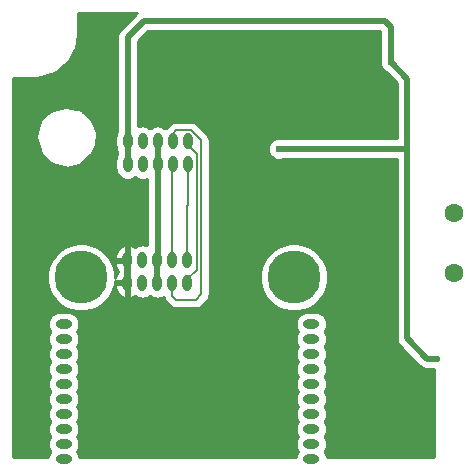
<source format=gbr>
G04 #@! TF.GenerationSoftware,KiCad,Pcbnew,(5.1.6-0-10_14)*
G04 #@! TF.CreationDate,2020-07-22T10:43:18+09:00*
G04 #@! TF.ProjectId,signaltower_host,7369676e-616c-4746-9f77-65725f686f73,rev?*
G04 #@! TF.SameCoordinates,Original*
G04 #@! TF.FileFunction,Copper,L2,Bot*
G04 #@! TF.FilePolarity,Positive*
%FSLAX46Y46*%
G04 Gerber Fmt 4.6, Leading zero omitted, Abs format (unit mm)*
G04 Created by KiCad (PCBNEW (5.1.6-0-10_14)) date 2020-07-22 10:43:18*
%MOMM*%
%LPD*%
G01*
G04 APERTURE LIST*
G04 #@! TA.AperFunction,ComponentPad*
%ADD10C,4.500000*%
G04 #@! TD*
G04 #@! TA.AperFunction,ComponentPad*
%ADD11O,0.800000X1.400000*%
G04 #@! TD*
G04 #@! TA.AperFunction,ComponentPad*
%ADD12O,1.400000X0.800000*%
G04 #@! TD*
G04 #@! TA.AperFunction,ComponentPad*
%ADD13C,1.600000*%
G04 #@! TD*
G04 #@! TA.AperFunction,ViaPad*
%ADD14C,0.600000*%
G04 #@! TD*
G04 #@! TA.AperFunction,Conductor*
%ADD15C,0.500000*%
G04 #@! TD*
G04 #@! TA.AperFunction,Conductor*
%ADD16C,0.200000*%
G04 #@! TD*
G04 #@! TA.AperFunction,Conductor*
%ADD17C,0.254000*%
G04 #@! TD*
G04 APERTURE END LIST*
D10*
X116000000Y-74625000D03*
X98000000Y-74625000D03*
D11*
X107000000Y-75085000D03*
X105730000Y-75085000D03*
X104460000Y-75085000D03*
X103190000Y-75085000D03*
X101920000Y-75085000D03*
X107000000Y-73165000D03*
X105730000Y-73165000D03*
X104460000Y-73165000D03*
X103190000Y-73165000D03*
X101920000Y-73165000D03*
D12*
X96515000Y-78570000D03*
X96515000Y-79840000D03*
X96515000Y-81110000D03*
X96515000Y-82380000D03*
X96515000Y-83650000D03*
X96515000Y-84920000D03*
X96515000Y-86190000D03*
X96515000Y-87460000D03*
X117485000Y-78570000D03*
X117485000Y-79840000D03*
X117485000Y-81110000D03*
X117485000Y-82380000D03*
X117485000Y-83650000D03*
X117485000Y-84920000D03*
X117485000Y-86190000D03*
X117485000Y-87460000D03*
X117485000Y-88730000D03*
X117485000Y-90000000D03*
X96515000Y-88730000D03*
X96515000Y-90000000D03*
D11*
X107010000Y-65025000D03*
X105740000Y-65025000D03*
X104470000Y-65025000D03*
X103200000Y-65025000D03*
X101930000Y-65025000D03*
X101930000Y-63105000D03*
X107010000Y-63105000D03*
X105740000Y-63105000D03*
X103200000Y-63105000D03*
X104470000Y-63105000D03*
D13*
X129540000Y-74295000D03*
X129540000Y-69215000D03*
D14*
X117300000Y-54900000D03*
X114750000Y-63750000D03*
X128100000Y-81500000D03*
X124200000Y-56400000D03*
D15*
X101920000Y-74760000D02*
X101920000Y-73490000D01*
D16*
X107000000Y-74760000D02*
X107140000Y-74760000D01*
X107800000Y-73960000D02*
X107000000Y-74760000D01*
X107800000Y-64220000D02*
X107800000Y-73960000D01*
X107010000Y-63430000D02*
X107800000Y-64220000D01*
X106000000Y-76500000D02*
X105730000Y-76230000D01*
X107700000Y-76500000D02*
X106000000Y-76500000D01*
X108130009Y-76069991D02*
X107700000Y-76500000D01*
X105730000Y-76230000D02*
X105730000Y-74760000D01*
X105740000Y-63430000D02*
X105740000Y-62460000D01*
X108130009Y-63034041D02*
X108130009Y-76069991D01*
X107270958Y-62174990D02*
X108130009Y-63034041D01*
X105740000Y-62460000D02*
X106025010Y-62174990D01*
X106025010Y-62174990D02*
X107270958Y-62174990D01*
D15*
X104470000Y-63430000D02*
X104470000Y-64700000D01*
X104400000Y-64770000D02*
X104470000Y-64700000D01*
X104460000Y-74760000D02*
X104460000Y-73490000D01*
X104470000Y-73480000D02*
X104460000Y-73490000D01*
X104470000Y-64700000D02*
X104470000Y-73480000D01*
D16*
X107010000Y-68510000D02*
X107000000Y-68520000D01*
X107000000Y-68520000D02*
X107000000Y-73490000D01*
X107010000Y-64700000D02*
X107010000Y-68510000D01*
X105730000Y-64710000D02*
X105740000Y-64700000D01*
X105730000Y-73490000D02*
X105730000Y-64710000D01*
D15*
X101930000Y-63430000D02*
X101930000Y-54270000D01*
X101930000Y-54270000D02*
X103300000Y-52900000D01*
X101930000Y-63430000D02*
X101930000Y-64700000D01*
X125600000Y-57800000D02*
X124200000Y-56400000D01*
X127300000Y-81500000D02*
X125600000Y-79800000D01*
X128100000Y-81500000D02*
X127300000Y-81500000D01*
X124200000Y-53400000D02*
X123700000Y-52900000D01*
X124200000Y-56400000D02*
X124200000Y-53400000D01*
X103300000Y-52900000D02*
X123700000Y-52900000D01*
D16*
X125500000Y-65700000D02*
X125600000Y-65800000D01*
D15*
X125600000Y-79800000D02*
X125600000Y-65800000D01*
X125450000Y-63750000D02*
X125600000Y-63900000D01*
X125600000Y-63900000D02*
X125600000Y-57800000D01*
X114750000Y-63750000D02*
X125450000Y-63750000D01*
X125600000Y-65800000D02*
X125600000Y-63900000D01*
D17*
G36*
X102704953Y-52243468D02*
G01*
X102704951Y-52243470D01*
X102671183Y-52271183D01*
X102643470Y-52304951D01*
X101334951Y-53613471D01*
X101301184Y-53641183D01*
X101273471Y-53674951D01*
X101273468Y-53674954D01*
X101190590Y-53775941D01*
X101108412Y-53929687D01*
X101057805Y-54096510D01*
X101040719Y-54270000D01*
X101045001Y-54313479D01*
X101045000Y-62265118D01*
X100969159Y-62407008D01*
X100909976Y-62602106D01*
X100895000Y-62754163D01*
X100895000Y-63455838D01*
X100909976Y-63607895D01*
X100969160Y-63802993D01*
X101045000Y-63944881D01*
X101045001Y-64185119D01*
X100969160Y-64327007D01*
X100909976Y-64522105D01*
X100895000Y-64674162D01*
X100895000Y-65375837D01*
X100909976Y-65527894D01*
X100969159Y-65722992D01*
X101065266Y-65902797D01*
X101194604Y-66060396D01*
X101352203Y-66189734D01*
X101532007Y-66285841D01*
X101727105Y-66345024D01*
X101930000Y-66365007D01*
X102132894Y-66345024D01*
X102327992Y-66285841D01*
X102507797Y-66189734D01*
X102565000Y-66142789D01*
X102622203Y-66189734D01*
X102802007Y-66285841D01*
X102997105Y-66345024D01*
X103200000Y-66365007D01*
X103402894Y-66345024D01*
X103585000Y-66289782D01*
X103585001Y-71903251D01*
X103392895Y-71844976D01*
X103190000Y-71824993D01*
X102987106Y-71844976D01*
X102792008Y-71904159D01*
X102612204Y-72000266D01*
X102560734Y-72042506D01*
X102389418Y-71933872D01*
X102206123Y-71870334D01*
X102047000Y-71998002D01*
X102047000Y-73038000D01*
X102067000Y-73038000D01*
X102067000Y-73292000D01*
X102047000Y-73292000D01*
X102047000Y-74958000D01*
X102067000Y-74958000D01*
X102067000Y-75212000D01*
X102047000Y-75212000D01*
X102047000Y-76251998D01*
X102206123Y-76379666D01*
X102389418Y-76316128D01*
X102560734Y-76207494D01*
X102612204Y-76249734D01*
X102792008Y-76345841D01*
X102987106Y-76405024D01*
X103190000Y-76425007D01*
X103392895Y-76405024D01*
X103587993Y-76345841D01*
X103767797Y-76249734D01*
X103825001Y-76202788D01*
X103882204Y-76249734D01*
X104062008Y-76345841D01*
X104257106Y-76405024D01*
X104460000Y-76425007D01*
X104662895Y-76405024D01*
X104857993Y-76345841D01*
X104995609Y-76272284D01*
X105005635Y-76374085D01*
X105018384Y-76416113D01*
X105047663Y-76512632D01*
X105115913Y-76640319D01*
X105207762Y-76752237D01*
X105235808Y-76775254D01*
X105454741Y-76994187D01*
X105477762Y-77022238D01*
X105589680Y-77114087D01*
X105716089Y-77181654D01*
X105717367Y-77182337D01*
X105855915Y-77224365D01*
X106000000Y-77238556D01*
X106036105Y-77235000D01*
X107663895Y-77235000D01*
X107700000Y-77238556D01*
X107736105Y-77235000D01*
X107844085Y-77224365D01*
X107982633Y-77182337D01*
X108110320Y-77114087D01*
X108222238Y-77022238D01*
X108245259Y-76994187D01*
X108624196Y-76615250D01*
X108652247Y-76592229D01*
X108744096Y-76480311D01*
X108800875Y-76374085D01*
X108812346Y-76352625D01*
X108854374Y-76214076D01*
X108868565Y-76069991D01*
X108865009Y-76033886D01*
X108865009Y-74340852D01*
X113115000Y-74340852D01*
X113115000Y-74909148D01*
X113225869Y-75466523D01*
X113443346Y-75991560D01*
X113759074Y-76464080D01*
X114160920Y-76865926D01*
X114633440Y-77181654D01*
X115158477Y-77399131D01*
X115715852Y-77510000D01*
X116284148Y-77510000D01*
X116841523Y-77399131D01*
X117366560Y-77181654D01*
X117839080Y-76865926D01*
X118240926Y-76464080D01*
X118556654Y-75991560D01*
X118774131Y-75466523D01*
X118885000Y-74909148D01*
X118885000Y-74340852D01*
X118774131Y-73783477D01*
X118556654Y-73258440D01*
X118240926Y-72785920D01*
X117839080Y-72384074D01*
X117366560Y-72068346D01*
X116841523Y-71850869D01*
X116284148Y-71740000D01*
X115715852Y-71740000D01*
X115158477Y-71850869D01*
X114633440Y-72068346D01*
X114160920Y-72384074D01*
X113759074Y-72785920D01*
X113443346Y-73258440D01*
X113225869Y-73783477D01*
X113115000Y-74340852D01*
X108865009Y-74340852D01*
X108865009Y-63070146D01*
X108868565Y-63034041D01*
X108854374Y-62889956D01*
X108812346Y-62751407D01*
X108744096Y-62623721D01*
X108675262Y-62539847D01*
X108675259Y-62539844D01*
X108652246Y-62511803D01*
X108624206Y-62488791D01*
X107816216Y-61680802D01*
X107793196Y-61652752D01*
X107681278Y-61560903D01*
X107553591Y-61492653D01*
X107415043Y-61450625D01*
X107307063Y-61439990D01*
X107270958Y-61436434D01*
X107234853Y-61439990D01*
X106061114Y-61439990D01*
X106025009Y-61436434D01*
X105880924Y-61450625D01*
X105838896Y-61463374D01*
X105742377Y-61492653D01*
X105614690Y-61560903D01*
X105502772Y-61652752D01*
X105479751Y-61680803D01*
X105286985Y-61873569D01*
X105162203Y-61940266D01*
X105105000Y-61987211D01*
X105047797Y-61940266D01*
X104867992Y-61844159D01*
X104672894Y-61784976D01*
X104470000Y-61764993D01*
X104267105Y-61784976D01*
X104072007Y-61844159D01*
X103892203Y-61940266D01*
X103835000Y-61987211D01*
X103777797Y-61940266D01*
X103597992Y-61844159D01*
X103402894Y-61784976D01*
X103200000Y-61764993D01*
X102997105Y-61784976D01*
X102815000Y-61840218D01*
X102815000Y-54636578D01*
X103666579Y-53785000D01*
X123315001Y-53785000D01*
X123315000Y-56093307D01*
X123300932Y-56127271D01*
X123265000Y-56307911D01*
X123265000Y-56492089D01*
X123300932Y-56672729D01*
X123371414Y-56842889D01*
X123473738Y-56996028D01*
X123603972Y-57126262D01*
X123757111Y-57228586D01*
X123791077Y-57242655D01*
X124715001Y-58166580D01*
X124715000Y-62865000D01*
X115056692Y-62865000D01*
X115022729Y-62850932D01*
X114842089Y-62815000D01*
X114657911Y-62815000D01*
X114477271Y-62850932D01*
X114307111Y-62921414D01*
X114153972Y-63023738D01*
X114023738Y-63153972D01*
X113921414Y-63307111D01*
X113850932Y-63477271D01*
X113815000Y-63657911D01*
X113815000Y-63842089D01*
X113850932Y-64022729D01*
X113921414Y-64192889D01*
X114023738Y-64346028D01*
X114153972Y-64476262D01*
X114307111Y-64578586D01*
X114477271Y-64649068D01*
X114657911Y-64685000D01*
X114842089Y-64685000D01*
X115022729Y-64649068D01*
X115056692Y-64635000D01*
X124715001Y-64635000D01*
X124715000Y-65843476D01*
X124715001Y-65843486D01*
X124715000Y-79756531D01*
X124710719Y-79800000D01*
X124715000Y-79843469D01*
X124715000Y-79843476D01*
X124727805Y-79973489D01*
X124778411Y-80140312D01*
X124860589Y-80294058D01*
X124971183Y-80428817D01*
X125004956Y-80456534D01*
X126643470Y-82095049D01*
X126671183Y-82128817D01*
X126704951Y-82156530D01*
X126704953Y-82156532D01*
X126776452Y-82215210D01*
X126805941Y-82239411D01*
X126959687Y-82321589D01*
X127126510Y-82372195D01*
X127256523Y-82385000D01*
X127256533Y-82385000D01*
X127299999Y-82389281D01*
X127343466Y-82385000D01*
X127793308Y-82385000D01*
X127827271Y-82399068D01*
X127873000Y-82408164D01*
X127873000Y-89873000D01*
X118812499Y-89873000D01*
X118805024Y-89797105D01*
X118745841Y-89602007D01*
X118649734Y-89422203D01*
X118602789Y-89365000D01*
X118649734Y-89307797D01*
X118745841Y-89127993D01*
X118805024Y-88932895D01*
X118825007Y-88730000D01*
X118805024Y-88527105D01*
X118745841Y-88332007D01*
X118649734Y-88152203D01*
X118602789Y-88095000D01*
X118649734Y-88037797D01*
X118745841Y-87857993D01*
X118805024Y-87662895D01*
X118825007Y-87460000D01*
X118805024Y-87257105D01*
X118745841Y-87062007D01*
X118649734Y-86882203D01*
X118602789Y-86825000D01*
X118649734Y-86767797D01*
X118745841Y-86587993D01*
X118805024Y-86392895D01*
X118825007Y-86190000D01*
X118805024Y-85987105D01*
X118745841Y-85792007D01*
X118649734Y-85612203D01*
X118602789Y-85555000D01*
X118649734Y-85497797D01*
X118745841Y-85317993D01*
X118805024Y-85122895D01*
X118825007Y-84920000D01*
X118805024Y-84717105D01*
X118745841Y-84522007D01*
X118649734Y-84342203D01*
X118602789Y-84285000D01*
X118649734Y-84227797D01*
X118745841Y-84047993D01*
X118805024Y-83852895D01*
X118825007Y-83650000D01*
X118805024Y-83447105D01*
X118745841Y-83252007D01*
X118649734Y-83072203D01*
X118602789Y-83015000D01*
X118649734Y-82957797D01*
X118745841Y-82777993D01*
X118805024Y-82582895D01*
X118825007Y-82380000D01*
X118805024Y-82177105D01*
X118745841Y-81982007D01*
X118649734Y-81802203D01*
X118602789Y-81745000D01*
X118649734Y-81687797D01*
X118745841Y-81507993D01*
X118805024Y-81312895D01*
X118825007Y-81110000D01*
X118805024Y-80907105D01*
X118745841Y-80712007D01*
X118649734Y-80532203D01*
X118602789Y-80475000D01*
X118649734Y-80417797D01*
X118745841Y-80237993D01*
X118805024Y-80042895D01*
X118825007Y-79840000D01*
X118805024Y-79637105D01*
X118745841Y-79442007D01*
X118649734Y-79262203D01*
X118602789Y-79205000D01*
X118649734Y-79147797D01*
X118745841Y-78967993D01*
X118805024Y-78772895D01*
X118825007Y-78570000D01*
X118805024Y-78367105D01*
X118745841Y-78172007D01*
X118649734Y-77992203D01*
X118520396Y-77834604D01*
X118362797Y-77705266D01*
X118182993Y-77609159D01*
X117987895Y-77549976D01*
X117835838Y-77535000D01*
X117134162Y-77535000D01*
X116982105Y-77549976D01*
X116787007Y-77609159D01*
X116607203Y-77705266D01*
X116449604Y-77834604D01*
X116320266Y-77992203D01*
X116224159Y-78172007D01*
X116164976Y-78367105D01*
X116144993Y-78570000D01*
X116164976Y-78772895D01*
X116224159Y-78967993D01*
X116320266Y-79147797D01*
X116367211Y-79205000D01*
X116320266Y-79262203D01*
X116224159Y-79442007D01*
X116164976Y-79637105D01*
X116144993Y-79840000D01*
X116164976Y-80042895D01*
X116224159Y-80237993D01*
X116320266Y-80417797D01*
X116367211Y-80475000D01*
X116320266Y-80532203D01*
X116224159Y-80712007D01*
X116164976Y-80907105D01*
X116144993Y-81110000D01*
X116164976Y-81312895D01*
X116224159Y-81507993D01*
X116320266Y-81687797D01*
X116367211Y-81745000D01*
X116320266Y-81802203D01*
X116224159Y-81982007D01*
X116164976Y-82177105D01*
X116144993Y-82380000D01*
X116164976Y-82582895D01*
X116224159Y-82777993D01*
X116320266Y-82957797D01*
X116367211Y-83015000D01*
X116320266Y-83072203D01*
X116224159Y-83252007D01*
X116164976Y-83447105D01*
X116144993Y-83650000D01*
X116164976Y-83852895D01*
X116224159Y-84047993D01*
X116320266Y-84227797D01*
X116367211Y-84285000D01*
X116320266Y-84342203D01*
X116224159Y-84522007D01*
X116164976Y-84717105D01*
X116144993Y-84920000D01*
X116164976Y-85122895D01*
X116224159Y-85317993D01*
X116320266Y-85497797D01*
X116367211Y-85555000D01*
X116320266Y-85612203D01*
X116224159Y-85792007D01*
X116164976Y-85987105D01*
X116144993Y-86190000D01*
X116164976Y-86392895D01*
X116224159Y-86587993D01*
X116320266Y-86767797D01*
X116367211Y-86825000D01*
X116320266Y-86882203D01*
X116224159Y-87062007D01*
X116164976Y-87257105D01*
X116144993Y-87460000D01*
X116164976Y-87662895D01*
X116224159Y-87857993D01*
X116320266Y-88037797D01*
X116367211Y-88095000D01*
X116320266Y-88152203D01*
X116224159Y-88332007D01*
X116164976Y-88527105D01*
X116144993Y-88730000D01*
X116164976Y-88932895D01*
X116224159Y-89127993D01*
X116320266Y-89307797D01*
X116367211Y-89365000D01*
X116320266Y-89422203D01*
X116224159Y-89602007D01*
X116164976Y-89797105D01*
X116157501Y-89873000D01*
X97842499Y-89873000D01*
X97835024Y-89797105D01*
X97775841Y-89602007D01*
X97679734Y-89422203D01*
X97632789Y-89365000D01*
X97679734Y-89307797D01*
X97775841Y-89127993D01*
X97835024Y-88932895D01*
X97855007Y-88730000D01*
X97835024Y-88527105D01*
X97775841Y-88332007D01*
X97679734Y-88152203D01*
X97632789Y-88095000D01*
X97679734Y-88037797D01*
X97775841Y-87857993D01*
X97835024Y-87662895D01*
X97855007Y-87460000D01*
X97835024Y-87257105D01*
X97775841Y-87062007D01*
X97679734Y-86882203D01*
X97632789Y-86825000D01*
X97679734Y-86767797D01*
X97775841Y-86587993D01*
X97835024Y-86392895D01*
X97855007Y-86190000D01*
X97835024Y-85987105D01*
X97775841Y-85792007D01*
X97679734Y-85612203D01*
X97632789Y-85555000D01*
X97679734Y-85497797D01*
X97775841Y-85317993D01*
X97835024Y-85122895D01*
X97855007Y-84920000D01*
X97835024Y-84717105D01*
X97775841Y-84522007D01*
X97679734Y-84342203D01*
X97632789Y-84285000D01*
X97679734Y-84227797D01*
X97775841Y-84047993D01*
X97835024Y-83852895D01*
X97855007Y-83650000D01*
X97835024Y-83447105D01*
X97775841Y-83252007D01*
X97679734Y-83072203D01*
X97632789Y-83015000D01*
X97679734Y-82957797D01*
X97775841Y-82777993D01*
X97835024Y-82582895D01*
X97855007Y-82380000D01*
X97835024Y-82177105D01*
X97775841Y-81982007D01*
X97679734Y-81802203D01*
X97632789Y-81745000D01*
X97679734Y-81687797D01*
X97775841Y-81507993D01*
X97835024Y-81312895D01*
X97855007Y-81110000D01*
X97835024Y-80907105D01*
X97775841Y-80712007D01*
X97679734Y-80532203D01*
X97632789Y-80475000D01*
X97679734Y-80417797D01*
X97775841Y-80237993D01*
X97835024Y-80042895D01*
X97855007Y-79840000D01*
X97835024Y-79637105D01*
X97775841Y-79442007D01*
X97679734Y-79262203D01*
X97632789Y-79205000D01*
X97679734Y-79147797D01*
X97775841Y-78967993D01*
X97835024Y-78772895D01*
X97855007Y-78570000D01*
X97835024Y-78367105D01*
X97775841Y-78172007D01*
X97679734Y-77992203D01*
X97550396Y-77834604D01*
X97392797Y-77705266D01*
X97212993Y-77609159D01*
X97017895Y-77549976D01*
X96865838Y-77535000D01*
X96164162Y-77535000D01*
X96012105Y-77549976D01*
X95817007Y-77609159D01*
X95637203Y-77705266D01*
X95479604Y-77834604D01*
X95350266Y-77992203D01*
X95254159Y-78172007D01*
X95194976Y-78367105D01*
X95174993Y-78570000D01*
X95194976Y-78772895D01*
X95254159Y-78967993D01*
X95350266Y-79147797D01*
X95397211Y-79205000D01*
X95350266Y-79262203D01*
X95254159Y-79442007D01*
X95194976Y-79637105D01*
X95174993Y-79840000D01*
X95194976Y-80042895D01*
X95254159Y-80237993D01*
X95350266Y-80417797D01*
X95397211Y-80475000D01*
X95350266Y-80532203D01*
X95254159Y-80712007D01*
X95194976Y-80907105D01*
X95174993Y-81110000D01*
X95194976Y-81312895D01*
X95254159Y-81507993D01*
X95350266Y-81687797D01*
X95397211Y-81745000D01*
X95350266Y-81802203D01*
X95254159Y-81982007D01*
X95194976Y-82177105D01*
X95174993Y-82380000D01*
X95194976Y-82582895D01*
X95254159Y-82777993D01*
X95350266Y-82957797D01*
X95397211Y-83015000D01*
X95350266Y-83072203D01*
X95254159Y-83252007D01*
X95194976Y-83447105D01*
X95174993Y-83650000D01*
X95194976Y-83852895D01*
X95254159Y-84047993D01*
X95350266Y-84227797D01*
X95397211Y-84285000D01*
X95350266Y-84342203D01*
X95254159Y-84522007D01*
X95194976Y-84717105D01*
X95174993Y-84920000D01*
X95194976Y-85122895D01*
X95254159Y-85317993D01*
X95350266Y-85497797D01*
X95397211Y-85555000D01*
X95350266Y-85612203D01*
X95254159Y-85792007D01*
X95194976Y-85987105D01*
X95174993Y-86190000D01*
X95194976Y-86392895D01*
X95254159Y-86587993D01*
X95350266Y-86767797D01*
X95397211Y-86825000D01*
X95350266Y-86882203D01*
X95254159Y-87062007D01*
X95194976Y-87257105D01*
X95174993Y-87460000D01*
X95194976Y-87662895D01*
X95254159Y-87857993D01*
X95350266Y-88037797D01*
X95397211Y-88095000D01*
X95350266Y-88152203D01*
X95254159Y-88332007D01*
X95194976Y-88527105D01*
X95174993Y-88730000D01*
X95194976Y-88932895D01*
X95254159Y-89127993D01*
X95350266Y-89307797D01*
X95397211Y-89365000D01*
X95350266Y-89422203D01*
X95254159Y-89602007D01*
X95194976Y-89797105D01*
X95187501Y-89873000D01*
X92210000Y-89873000D01*
X92210000Y-74340852D01*
X95115000Y-74340852D01*
X95115000Y-74909148D01*
X95225869Y-75466523D01*
X95443346Y-75991560D01*
X95759074Y-76464080D01*
X96160920Y-76865926D01*
X96633440Y-77181654D01*
X97158477Y-77399131D01*
X97715852Y-77510000D01*
X98284148Y-77510000D01*
X98841523Y-77399131D01*
X99366560Y-77181654D01*
X99839080Y-76865926D01*
X100240926Y-76464080D01*
X100556654Y-75991560D01*
X100774131Y-75466523D01*
X100824758Y-75212000D01*
X100885000Y-75212000D01*
X100885000Y-75512000D01*
X100929664Y-75711478D01*
X101012386Y-75898410D01*
X101129987Y-76065612D01*
X101277948Y-76206658D01*
X101450582Y-76316128D01*
X101633877Y-76379666D01*
X101793000Y-76251998D01*
X101793000Y-75212000D01*
X100885000Y-75212000D01*
X100824758Y-75212000D01*
X100885000Y-74909148D01*
X100885000Y-74958000D01*
X101793000Y-74958000D01*
X101793000Y-73292000D01*
X100885000Y-73292000D01*
X100885000Y-73592000D01*
X100929664Y-73791478D01*
X101012386Y-73978410D01*
X101115490Y-74125000D01*
X101012386Y-74271590D01*
X100929664Y-74458522D01*
X100885000Y-74658000D01*
X100885000Y-74340852D01*
X100774131Y-73783477D01*
X100556654Y-73258440D01*
X100240926Y-72785920D01*
X100193006Y-72738000D01*
X100885000Y-72738000D01*
X100885000Y-73038000D01*
X101793000Y-73038000D01*
X101793000Y-71998002D01*
X101633877Y-71870334D01*
X101450582Y-71933872D01*
X101277948Y-72043342D01*
X101129987Y-72184388D01*
X101012386Y-72351590D01*
X100929664Y-72538522D01*
X100885000Y-72738000D01*
X100193006Y-72738000D01*
X99839080Y-72384074D01*
X99366560Y-72068346D01*
X98841523Y-71850869D01*
X98284148Y-71740000D01*
X97715852Y-71740000D01*
X97158477Y-71850869D01*
X96633440Y-72068346D01*
X96160920Y-72384074D01*
X95759074Y-72785920D01*
X95443346Y-73258440D01*
X95225869Y-73783477D01*
X95115000Y-74340852D01*
X92210000Y-74340852D01*
X92210000Y-62710396D01*
X94173426Y-62710396D01*
X94177886Y-62734890D01*
X94577886Y-64134890D01*
X94585724Y-64155407D01*
X94598729Y-64176637D01*
X94615626Y-64194921D01*
X95515626Y-64994921D01*
X95543323Y-65013652D01*
X95566584Y-65022525D01*
X96666584Y-65322525D01*
X96697905Y-65326983D01*
X96722718Y-65324951D01*
X97822718Y-65124951D01*
X97841627Y-65119984D01*
X97864235Y-65109558D01*
X97884374Y-65094921D01*
X98784374Y-64294921D01*
X98800329Y-64277866D01*
X98813592Y-64256796D01*
X99213592Y-63456796D01*
X99221476Y-63437048D01*
X99226370Y-63412637D01*
X99326370Y-62412637D01*
X99324853Y-62376744D01*
X99317917Y-62352833D01*
X98917917Y-61352833D01*
X98905597Y-61329443D01*
X98889803Y-61310197D01*
X98089803Y-60510197D01*
X98073740Y-60496600D01*
X98052150Y-60484201D01*
X98028557Y-60476252D01*
X96728557Y-60176252D01*
X96711946Y-60173563D01*
X96687050Y-60173662D01*
X96662651Y-60178616D01*
X95362651Y-60578616D01*
X95336623Y-60589944D01*
X95316370Y-60604423D01*
X94516370Y-61304423D01*
X94496600Y-61326260D01*
X94484201Y-61347850D01*
X94476252Y-61371443D01*
X94176252Y-62671443D01*
X94173830Y-62685503D01*
X94173426Y-62710396D01*
X92210000Y-62710396D01*
X92210000Y-57710000D01*
X94034877Y-57710000D01*
X94066611Y-57706875D01*
X94085293Y-57707005D01*
X94095159Y-57706038D01*
X94677449Y-57644837D01*
X94740493Y-57631896D01*
X94803697Y-57619839D01*
X94813179Y-57616975D01*
X94813186Y-57616974D01*
X94813192Y-57616971D01*
X95372501Y-57443836D01*
X95431805Y-57418907D01*
X95491487Y-57394794D01*
X95500239Y-57390140D01*
X96015271Y-57111664D01*
X96068605Y-57075690D01*
X96122468Y-57040443D01*
X96130150Y-57034177D01*
X96581283Y-56660967D01*
X96626582Y-56615350D01*
X96672604Y-56570283D01*
X96678922Y-56562644D01*
X97048974Y-56108916D01*
X97084571Y-56055338D01*
X97120942Y-56002219D01*
X97125657Y-55993499D01*
X97400531Y-55476535D01*
X97425043Y-55417065D01*
X97450404Y-55357893D01*
X97453335Y-55348423D01*
X97622562Y-54787915D01*
X97635062Y-54724785D01*
X97648440Y-54661846D01*
X97649476Y-54651987D01*
X97706611Y-54069285D01*
X97710000Y-54034877D01*
X97710000Y-52210000D01*
X102745734Y-52210000D01*
X102704953Y-52243468D01*
G37*
X102704953Y-52243468D02*
X102704951Y-52243470D01*
X102671183Y-52271183D01*
X102643470Y-52304951D01*
X101334951Y-53613471D01*
X101301184Y-53641183D01*
X101273471Y-53674951D01*
X101273468Y-53674954D01*
X101190590Y-53775941D01*
X101108412Y-53929687D01*
X101057805Y-54096510D01*
X101040719Y-54270000D01*
X101045001Y-54313479D01*
X101045000Y-62265118D01*
X100969159Y-62407008D01*
X100909976Y-62602106D01*
X100895000Y-62754163D01*
X100895000Y-63455838D01*
X100909976Y-63607895D01*
X100969160Y-63802993D01*
X101045000Y-63944881D01*
X101045001Y-64185119D01*
X100969160Y-64327007D01*
X100909976Y-64522105D01*
X100895000Y-64674162D01*
X100895000Y-65375837D01*
X100909976Y-65527894D01*
X100969159Y-65722992D01*
X101065266Y-65902797D01*
X101194604Y-66060396D01*
X101352203Y-66189734D01*
X101532007Y-66285841D01*
X101727105Y-66345024D01*
X101930000Y-66365007D01*
X102132894Y-66345024D01*
X102327992Y-66285841D01*
X102507797Y-66189734D01*
X102565000Y-66142789D01*
X102622203Y-66189734D01*
X102802007Y-66285841D01*
X102997105Y-66345024D01*
X103200000Y-66365007D01*
X103402894Y-66345024D01*
X103585000Y-66289782D01*
X103585001Y-71903251D01*
X103392895Y-71844976D01*
X103190000Y-71824993D01*
X102987106Y-71844976D01*
X102792008Y-71904159D01*
X102612204Y-72000266D01*
X102560734Y-72042506D01*
X102389418Y-71933872D01*
X102206123Y-71870334D01*
X102047000Y-71998002D01*
X102047000Y-73038000D01*
X102067000Y-73038000D01*
X102067000Y-73292000D01*
X102047000Y-73292000D01*
X102047000Y-74958000D01*
X102067000Y-74958000D01*
X102067000Y-75212000D01*
X102047000Y-75212000D01*
X102047000Y-76251998D01*
X102206123Y-76379666D01*
X102389418Y-76316128D01*
X102560734Y-76207494D01*
X102612204Y-76249734D01*
X102792008Y-76345841D01*
X102987106Y-76405024D01*
X103190000Y-76425007D01*
X103392895Y-76405024D01*
X103587993Y-76345841D01*
X103767797Y-76249734D01*
X103825001Y-76202788D01*
X103882204Y-76249734D01*
X104062008Y-76345841D01*
X104257106Y-76405024D01*
X104460000Y-76425007D01*
X104662895Y-76405024D01*
X104857993Y-76345841D01*
X104995609Y-76272284D01*
X105005635Y-76374085D01*
X105018384Y-76416113D01*
X105047663Y-76512632D01*
X105115913Y-76640319D01*
X105207762Y-76752237D01*
X105235808Y-76775254D01*
X105454741Y-76994187D01*
X105477762Y-77022238D01*
X105589680Y-77114087D01*
X105716089Y-77181654D01*
X105717367Y-77182337D01*
X105855915Y-77224365D01*
X106000000Y-77238556D01*
X106036105Y-77235000D01*
X107663895Y-77235000D01*
X107700000Y-77238556D01*
X107736105Y-77235000D01*
X107844085Y-77224365D01*
X107982633Y-77182337D01*
X108110320Y-77114087D01*
X108222238Y-77022238D01*
X108245259Y-76994187D01*
X108624196Y-76615250D01*
X108652247Y-76592229D01*
X108744096Y-76480311D01*
X108800875Y-76374085D01*
X108812346Y-76352625D01*
X108854374Y-76214076D01*
X108868565Y-76069991D01*
X108865009Y-76033886D01*
X108865009Y-74340852D01*
X113115000Y-74340852D01*
X113115000Y-74909148D01*
X113225869Y-75466523D01*
X113443346Y-75991560D01*
X113759074Y-76464080D01*
X114160920Y-76865926D01*
X114633440Y-77181654D01*
X115158477Y-77399131D01*
X115715852Y-77510000D01*
X116284148Y-77510000D01*
X116841523Y-77399131D01*
X117366560Y-77181654D01*
X117839080Y-76865926D01*
X118240926Y-76464080D01*
X118556654Y-75991560D01*
X118774131Y-75466523D01*
X118885000Y-74909148D01*
X118885000Y-74340852D01*
X118774131Y-73783477D01*
X118556654Y-73258440D01*
X118240926Y-72785920D01*
X117839080Y-72384074D01*
X117366560Y-72068346D01*
X116841523Y-71850869D01*
X116284148Y-71740000D01*
X115715852Y-71740000D01*
X115158477Y-71850869D01*
X114633440Y-72068346D01*
X114160920Y-72384074D01*
X113759074Y-72785920D01*
X113443346Y-73258440D01*
X113225869Y-73783477D01*
X113115000Y-74340852D01*
X108865009Y-74340852D01*
X108865009Y-63070146D01*
X108868565Y-63034041D01*
X108854374Y-62889956D01*
X108812346Y-62751407D01*
X108744096Y-62623721D01*
X108675262Y-62539847D01*
X108675259Y-62539844D01*
X108652246Y-62511803D01*
X108624206Y-62488791D01*
X107816216Y-61680802D01*
X107793196Y-61652752D01*
X107681278Y-61560903D01*
X107553591Y-61492653D01*
X107415043Y-61450625D01*
X107307063Y-61439990D01*
X107270958Y-61436434D01*
X107234853Y-61439990D01*
X106061114Y-61439990D01*
X106025009Y-61436434D01*
X105880924Y-61450625D01*
X105838896Y-61463374D01*
X105742377Y-61492653D01*
X105614690Y-61560903D01*
X105502772Y-61652752D01*
X105479751Y-61680803D01*
X105286985Y-61873569D01*
X105162203Y-61940266D01*
X105105000Y-61987211D01*
X105047797Y-61940266D01*
X104867992Y-61844159D01*
X104672894Y-61784976D01*
X104470000Y-61764993D01*
X104267105Y-61784976D01*
X104072007Y-61844159D01*
X103892203Y-61940266D01*
X103835000Y-61987211D01*
X103777797Y-61940266D01*
X103597992Y-61844159D01*
X103402894Y-61784976D01*
X103200000Y-61764993D01*
X102997105Y-61784976D01*
X102815000Y-61840218D01*
X102815000Y-54636578D01*
X103666579Y-53785000D01*
X123315001Y-53785000D01*
X123315000Y-56093307D01*
X123300932Y-56127271D01*
X123265000Y-56307911D01*
X123265000Y-56492089D01*
X123300932Y-56672729D01*
X123371414Y-56842889D01*
X123473738Y-56996028D01*
X123603972Y-57126262D01*
X123757111Y-57228586D01*
X123791077Y-57242655D01*
X124715001Y-58166580D01*
X124715000Y-62865000D01*
X115056692Y-62865000D01*
X115022729Y-62850932D01*
X114842089Y-62815000D01*
X114657911Y-62815000D01*
X114477271Y-62850932D01*
X114307111Y-62921414D01*
X114153972Y-63023738D01*
X114023738Y-63153972D01*
X113921414Y-63307111D01*
X113850932Y-63477271D01*
X113815000Y-63657911D01*
X113815000Y-63842089D01*
X113850932Y-64022729D01*
X113921414Y-64192889D01*
X114023738Y-64346028D01*
X114153972Y-64476262D01*
X114307111Y-64578586D01*
X114477271Y-64649068D01*
X114657911Y-64685000D01*
X114842089Y-64685000D01*
X115022729Y-64649068D01*
X115056692Y-64635000D01*
X124715001Y-64635000D01*
X124715000Y-65843476D01*
X124715001Y-65843486D01*
X124715000Y-79756531D01*
X124710719Y-79800000D01*
X124715000Y-79843469D01*
X124715000Y-79843476D01*
X124727805Y-79973489D01*
X124778411Y-80140312D01*
X124860589Y-80294058D01*
X124971183Y-80428817D01*
X125004956Y-80456534D01*
X126643470Y-82095049D01*
X126671183Y-82128817D01*
X126704951Y-82156530D01*
X126704953Y-82156532D01*
X126776452Y-82215210D01*
X126805941Y-82239411D01*
X126959687Y-82321589D01*
X127126510Y-82372195D01*
X127256523Y-82385000D01*
X127256533Y-82385000D01*
X127299999Y-82389281D01*
X127343466Y-82385000D01*
X127793308Y-82385000D01*
X127827271Y-82399068D01*
X127873000Y-82408164D01*
X127873000Y-89873000D01*
X118812499Y-89873000D01*
X118805024Y-89797105D01*
X118745841Y-89602007D01*
X118649734Y-89422203D01*
X118602789Y-89365000D01*
X118649734Y-89307797D01*
X118745841Y-89127993D01*
X118805024Y-88932895D01*
X118825007Y-88730000D01*
X118805024Y-88527105D01*
X118745841Y-88332007D01*
X118649734Y-88152203D01*
X118602789Y-88095000D01*
X118649734Y-88037797D01*
X118745841Y-87857993D01*
X118805024Y-87662895D01*
X118825007Y-87460000D01*
X118805024Y-87257105D01*
X118745841Y-87062007D01*
X118649734Y-86882203D01*
X118602789Y-86825000D01*
X118649734Y-86767797D01*
X118745841Y-86587993D01*
X118805024Y-86392895D01*
X118825007Y-86190000D01*
X118805024Y-85987105D01*
X118745841Y-85792007D01*
X118649734Y-85612203D01*
X118602789Y-85555000D01*
X118649734Y-85497797D01*
X118745841Y-85317993D01*
X118805024Y-85122895D01*
X118825007Y-84920000D01*
X118805024Y-84717105D01*
X118745841Y-84522007D01*
X118649734Y-84342203D01*
X118602789Y-84285000D01*
X118649734Y-84227797D01*
X118745841Y-84047993D01*
X118805024Y-83852895D01*
X118825007Y-83650000D01*
X118805024Y-83447105D01*
X118745841Y-83252007D01*
X118649734Y-83072203D01*
X118602789Y-83015000D01*
X118649734Y-82957797D01*
X118745841Y-82777993D01*
X118805024Y-82582895D01*
X118825007Y-82380000D01*
X118805024Y-82177105D01*
X118745841Y-81982007D01*
X118649734Y-81802203D01*
X118602789Y-81745000D01*
X118649734Y-81687797D01*
X118745841Y-81507993D01*
X118805024Y-81312895D01*
X118825007Y-81110000D01*
X118805024Y-80907105D01*
X118745841Y-80712007D01*
X118649734Y-80532203D01*
X118602789Y-80475000D01*
X118649734Y-80417797D01*
X118745841Y-80237993D01*
X118805024Y-80042895D01*
X118825007Y-79840000D01*
X118805024Y-79637105D01*
X118745841Y-79442007D01*
X118649734Y-79262203D01*
X118602789Y-79205000D01*
X118649734Y-79147797D01*
X118745841Y-78967993D01*
X118805024Y-78772895D01*
X118825007Y-78570000D01*
X118805024Y-78367105D01*
X118745841Y-78172007D01*
X118649734Y-77992203D01*
X118520396Y-77834604D01*
X118362797Y-77705266D01*
X118182993Y-77609159D01*
X117987895Y-77549976D01*
X117835838Y-77535000D01*
X117134162Y-77535000D01*
X116982105Y-77549976D01*
X116787007Y-77609159D01*
X116607203Y-77705266D01*
X116449604Y-77834604D01*
X116320266Y-77992203D01*
X116224159Y-78172007D01*
X116164976Y-78367105D01*
X116144993Y-78570000D01*
X116164976Y-78772895D01*
X116224159Y-78967993D01*
X116320266Y-79147797D01*
X116367211Y-79205000D01*
X116320266Y-79262203D01*
X116224159Y-79442007D01*
X116164976Y-79637105D01*
X116144993Y-79840000D01*
X116164976Y-80042895D01*
X116224159Y-80237993D01*
X116320266Y-80417797D01*
X116367211Y-80475000D01*
X116320266Y-80532203D01*
X116224159Y-80712007D01*
X116164976Y-80907105D01*
X116144993Y-81110000D01*
X116164976Y-81312895D01*
X116224159Y-81507993D01*
X116320266Y-81687797D01*
X116367211Y-81745000D01*
X116320266Y-81802203D01*
X116224159Y-81982007D01*
X116164976Y-82177105D01*
X116144993Y-82380000D01*
X116164976Y-82582895D01*
X116224159Y-82777993D01*
X116320266Y-82957797D01*
X116367211Y-83015000D01*
X116320266Y-83072203D01*
X116224159Y-83252007D01*
X116164976Y-83447105D01*
X116144993Y-83650000D01*
X116164976Y-83852895D01*
X116224159Y-84047993D01*
X116320266Y-84227797D01*
X116367211Y-84285000D01*
X116320266Y-84342203D01*
X116224159Y-84522007D01*
X116164976Y-84717105D01*
X116144993Y-84920000D01*
X116164976Y-85122895D01*
X116224159Y-85317993D01*
X116320266Y-85497797D01*
X116367211Y-85555000D01*
X116320266Y-85612203D01*
X116224159Y-85792007D01*
X116164976Y-85987105D01*
X116144993Y-86190000D01*
X116164976Y-86392895D01*
X116224159Y-86587993D01*
X116320266Y-86767797D01*
X116367211Y-86825000D01*
X116320266Y-86882203D01*
X116224159Y-87062007D01*
X116164976Y-87257105D01*
X116144993Y-87460000D01*
X116164976Y-87662895D01*
X116224159Y-87857993D01*
X116320266Y-88037797D01*
X116367211Y-88095000D01*
X116320266Y-88152203D01*
X116224159Y-88332007D01*
X116164976Y-88527105D01*
X116144993Y-88730000D01*
X116164976Y-88932895D01*
X116224159Y-89127993D01*
X116320266Y-89307797D01*
X116367211Y-89365000D01*
X116320266Y-89422203D01*
X116224159Y-89602007D01*
X116164976Y-89797105D01*
X116157501Y-89873000D01*
X97842499Y-89873000D01*
X97835024Y-89797105D01*
X97775841Y-89602007D01*
X97679734Y-89422203D01*
X97632789Y-89365000D01*
X97679734Y-89307797D01*
X97775841Y-89127993D01*
X97835024Y-88932895D01*
X97855007Y-88730000D01*
X97835024Y-88527105D01*
X97775841Y-88332007D01*
X97679734Y-88152203D01*
X97632789Y-88095000D01*
X97679734Y-88037797D01*
X97775841Y-87857993D01*
X97835024Y-87662895D01*
X97855007Y-87460000D01*
X97835024Y-87257105D01*
X97775841Y-87062007D01*
X97679734Y-86882203D01*
X97632789Y-86825000D01*
X97679734Y-86767797D01*
X97775841Y-86587993D01*
X97835024Y-86392895D01*
X97855007Y-86190000D01*
X97835024Y-85987105D01*
X97775841Y-85792007D01*
X97679734Y-85612203D01*
X97632789Y-85555000D01*
X97679734Y-85497797D01*
X97775841Y-85317993D01*
X97835024Y-85122895D01*
X97855007Y-84920000D01*
X97835024Y-84717105D01*
X97775841Y-84522007D01*
X97679734Y-84342203D01*
X97632789Y-84285000D01*
X97679734Y-84227797D01*
X97775841Y-84047993D01*
X97835024Y-83852895D01*
X97855007Y-83650000D01*
X97835024Y-83447105D01*
X97775841Y-83252007D01*
X97679734Y-83072203D01*
X97632789Y-83015000D01*
X97679734Y-82957797D01*
X97775841Y-82777993D01*
X97835024Y-82582895D01*
X97855007Y-82380000D01*
X97835024Y-82177105D01*
X97775841Y-81982007D01*
X97679734Y-81802203D01*
X97632789Y-81745000D01*
X97679734Y-81687797D01*
X97775841Y-81507993D01*
X97835024Y-81312895D01*
X97855007Y-81110000D01*
X97835024Y-80907105D01*
X97775841Y-80712007D01*
X97679734Y-80532203D01*
X97632789Y-80475000D01*
X97679734Y-80417797D01*
X97775841Y-80237993D01*
X97835024Y-80042895D01*
X97855007Y-79840000D01*
X97835024Y-79637105D01*
X97775841Y-79442007D01*
X97679734Y-79262203D01*
X97632789Y-79205000D01*
X97679734Y-79147797D01*
X97775841Y-78967993D01*
X97835024Y-78772895D01*
X97855007Y-78570000D01*
X97835024Y-78367105D01*
X97775841Y-78172007D01*
X97679734Y-77992203D01*
X97550396Y-77834604D01*
X97392797Y-77705266D01*
X97212993Y-77609159D01*
X97017895Y-77549976D01*
X96865838Y-77535000D01*
X96164162Y-77535000D01*
X96012105Y-77549976D01*
X95817007Y-77609159D01*
X95637203Y-77705266D01*
X95479604Y-77834604D01*
X95350266Y-77992203D01*
X95254159Y-78172007D01*
X95194976Y-78367105D01*
X95174993Y-78570000D01*
X95194976Y-78772895D01*
X95254159Y-78967993D01*
X95350266Y-79147797D01*
X95397211Y-79205000D01*
X95350266Y-79262203D01*
X95254159Y-79442007D01*
X95194976Y-79637105D01*
X95174993Y-79840000D01*
X95194976Y-80042895D01*
X95254159Y-80237993D01*
X95350266Y-80417797D01*
X95397211Y-80475000D01*
X95350266Y-80532203D01*
X95254159Y-80712007D01*
X95194976Y-80907105D01*
X95174993Y-81110000D01*
X95194976Y-81312895D01*
X95254159Y-81507993D01*
X95350266Y-81687797D01*
X95397211Y-81745000D01*
X95350266Y-81802203D01*
X95254159Y-81982007D01*
X95194976Y-82177105D01*
X95174993Y-82380000D01*
X95194976Y-82582895D01*
X95254159Y-82777993D01*
X95350266Y-82957797D01*
X95397211Y-83015000D01*
X95350266Y-83072203D01*
X95254159Y-83252007D01*
X95194976Y-83447105D01*
X95174993Y-83650000D01*
X95194976Y-83852895D01*
X95254159Y-84047993D01*
X95350266Y-84227797D01*
X95397211Y-84285000D01*
X95350266Y-84342203D01*
X95254159Y-84522007D01*
X95194976Y-84717105D01*
X95174993Y-84920000D01*
X95194976Y-85122895D01*
X95254159Y-85317993D01*
X95350266Y-85497797D01*
X95397211Y-85555000D01*
X95350266Y-85612203D01*
X95254159Y-85792007D01*
X95194976Y-85987105D01*
X95174993Y-86190000D01*
X95194976Y-86392895D01*
X95254159Y-86587993D01*
X95350266Y-86767797D01*
X95397211Y-86825000D01*
X95350266Y-86882203D01*
X95254159Y-87062007D01*
X95194976Y-87257105D01*
X95174993Y-87460000D01*
X95194976Y-87662895D01*
X95254159Y-87857993D01*
X95350266Y-88037797D01*
X95397211Y-88095000D01*
X95350266Y-88152203D01*
X95254159Y-88332007D01*
X95194976Y-88527105D01*
X95174993Y-88730000D01*
X95194976Y-88932895D01*
X95254159Y-89127993D01*
X95350266Y-89307797D01*
X95397211Y-89365000D01*
X95350266Y-89422203D01*
X95254159Y-89602007D01*
X95194976Y-89797105D01*
X95187501Y-89873000D01*
X92210000Y-89873000D01*
X92210000Y-74340852D01*
X95115000Y-74340852D01*
X95115000Y-74909148D01*
X95225869Y-75466523D01*
X95443346Y-75991560D01*
X95759074Y-76464080D01*
X96160920Y-76865926D01*
X96633440Y-77181654D01*
X97158477Y-77399131D01*
X97715852Y-77510000D01*
X98284148Y-77510000D01*
X98841523Y-77399131D01*
X99366560Y-77181654D01*
X99839080Y-76865926D01*
X100240926Y-76464080D01*
X100556654Y-75991560D01*
X100774131Y-75466523D01*
X100824758Y-75212000D01*
X100885000Y-75212000D01*
X100885000Y-75512000D01*
X100929664Y-75711478D01*
X101012386Y-75898410D01*
X101129987Y-76065612D01*
X101277948Y-76206658D01*
X101450582Y-76316128D01*
X101633877Y-76379666D01*
X101793000Y-76251998D01*
X101793000Y-75212000D01*
X100885000Y-75212000D01*
X100824758Y-75212000D01*
X100885000Y-74909148D01*
X100885000Y-74958000D01*
X101793000Y-74958000D01*
X101793000Y-73292000D01*
X100885000Y-73292000D01*
X100885000Y-73592000D01*
X100929664Y-73791478D01*
X101012386Y-73978410D01*
X101115490Y-74125000D01*
X101012386Y-74271590D01*
X100929664Y-74458522D01*
X100885000Y-74658000D01*
X100885000Y-74340852D01*
X100774131Y-73783477D01*
X100556654Y-73258440D01*
X100240926Y-72785920D01*
X100193006Y-72738000D01*
X100885000Y-72738000D01*
X100885000Y-73038000D01*
X101793000Y-73038000D01*
X101793000Y-71998002D01*
X101633877Y-71870334D01*
X101450582Y-71933872D01*
X101277948Y-72043342D01*
X101129987Y-72184388D01*
X101012386Y-72351590D01*
X100929664Y-72538522D01*
X100885000Y-72738000D01*
X100193006Y-72738000D01*
X99839080Y-72384074D01*
X99366560Y-72068346D01*
X98841523Y-71850869D01*
X98284148Y-71740000D01*
X97715852Y-71740000D01*
X97158477Y-71850869D01*
X96633440Y-72068346D01*
X96160920Y-72384074D01*
X95759074Y-72785920D01*
X95443346Y-73258440D01*
X95225869Y-73783477D01*
X95115000Y-74340852D01*
X92210000Y-74340852D01*
X92210000Y-62710396D01*
X94173426Y-62710396D01*
X94177886Y-62734890D01*
X94577886Y-64134890D01*
X94585724Y-64155407D01*
X94598729Y-64176637D01*
X94615626Y-64194921D01*
X95515626Y-64994921D01*
X95543323Y-65013652D01*
X95566584Y-65022525D01*
X96666584Y-65322525D01*
X96697905Y-65326983D01*
X96722718Y-65324951D01*
X97822718Y-65124951D01*
X97841627Y-65119984D01*
X97864235Y-65109558D01*
X97884374Y-65094921D01*
X98784374Y-64294921D01*
X98800329Y-64277866D01*
X98813592Y-64256796D01*
X99213592Y-63456796D01*
X99221476Y-63437048D01*
X99226370Y-63412637D01*
X99326370Y-62412637D01*
X99324853Y-62376744D01*
X99317917Y-62352833D01*
X98917917Y-61352833D01*
X98905597Y-61329443D01*
X98889803Y-61310197D01*
X98089803Y-60510197D01*
X98073740Y-60496600D01*
X98052150Y-60484201D01*
X98028557Y-60476252D01*
X96728557Y-60176252D01*
X96711946Y-60173563D01*
X96687050Y-60173662D01*
X96662651Y-60178616D01*
X95362651Y-60578616D01*
X95336623Y-60589944D01*
X95316370Y-60604423D01*
X94516370Y-61304423D01*
X94496600Y-61326260D01*
X94484201Y-61347850D01*
X94476252Y-61371443D01*
X94176252Y-62671443D01*
X94173830Y-62685503D01*
X94173426Y-62710396D01*
X92210000Y-62710396D01*
X92210000Y-57710000D01*
X94034877Y-57710000D01*
X94066611Y-57706875D01*
X94085293Y-57707005D01*
X94095159Y-57706038D01*
X94677449Y-57644837D01*
X94740493Y-57631896D01*
X94803697Y-57619839D01*
X94813179Y-57616975D01*
X94813186Y-57616974D01*
X94813192Y-57616971D01*
X95372501Y-57443836D01*
X95431805Y-57418907D01*
X95491487Y-57394794D01*
X95500239Y-57390140D01*
X96015271Y-57111664D01*
X96068605Y-57075690D01*
X96122468Y-57040443D01*
X96130150Y-57034177D01*
X96581283Y-56660967D01*
X96626582Y-56615350D01*
X96672604Y-56570283D01*
X96678922Y-56562644D01*
X97048974Y-56108916D01*
X97084571Y-56055338D01*
X97120942Y-56002219D01*
X97125657Y-55993499D01*
X97400531Y-55476535D01*
X97425043Y-55417065D01*
X97450404Y-55357893D01*
X97453335Y-55348423D01*
X97622562Y-54787915D01*
X97635062Y-54724785D01*
X97648440Y-54661846D01*
X97649476Y-54651987D01*
X97706611Y-54069285D01*
X97710000Y-54034877D01*
X97710000Y-52210000D01*
X102745734Y-52210000D01*
X102704953Y-52243468D01*
M02*

</source>
